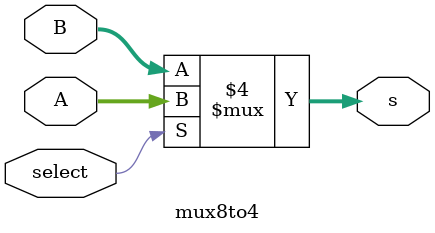
<source format=sv>
module carry_select_adder
(
    input   logic[15:0]     A,
    input   logic[15:0]     B,
    output  logic[15:0]     Sum,
    output  logic           CO
);

    /* TODO
     *
     * Insert code here to implement a carry select.
     * Your code should be completly combinational (don't use always_ff or always_latch).
     * Feel free to create sub-modules or other files. */
	  logic c4,c8,c12;
	  logic c1,c2,c3,c5,c6,c7;
	  logic a1,a2,a3;
	  logic [3:0] m1,m2,m3,m4,m5,m6,m7;
	  
	  //right most unit
		four_bit_rad fra0(.A(A[3:0]), .B(B[3:0]), .cin(0), .s(Sum[3:0]), .cout(c4));
		
		//right second unit
		four_bit_rad fra1(.A(A[7:4]), .B(B[7:4]),. cin(0), .s(m2[3:0]), .cout(c1));
		four_bit_rad fra2(.A(A[7:4]), .B(B[7:4]),. cin(1), .s(m1[3:0]), .cout(c2));
		mux8to4 mux1(.A(m1[3:0]), .B(m2[3:0]), .select(c4), .s(Sum[7:4]));
		and_gate and1(.x(c2), .y(c4), .And(a1));
		or_gate or1(.x(c1), .y(a1), .Or(c8));
		
		//left second unit
		four_bit_rad fra3(.A(A[11:8]), .B(B[11:8]),. cin(0), .s(m4[3:0]), .cout(c3));
		four_bit_rad fra4(.A(A[11:8]), .B(B[11:8]),. cin(1), .s(m3[3:0]), .cout(c5));
		mux8to4 mux2(.A(m3[3:0]), .B(m4[3:0]), .select(c8), .s(Sum[11:8]));
		and_gate and2(.x(c5), .y(c8), .And(a2));
		or_gate or2(.x(c3), .y(a2), .Or(c12));
		
		//left most unit
		four_bit_rad fra5(.A(A[15:12]), .B(B[15:12]),. cin(0), .s(m7[3:0]), .cout(c6));
		four_bit_rad fra6(.A(A[15:12]), .B(B[15:12]),. cin(1), .s(m6[3:0]), .cout(c7));
		mux8to4 mux3(.A(m6[3:0]), .B(m7[3:0]), .select(c12), .s(Sum[15:12]));
		and_gate and3(.x(c7), .y(c12), .And(a3));
		or_gate or3(.x(c6), .y(a3), .Or(CO));

endmodule
		
		
		
	

module four_bit_rad
(
	input [3:0] A,
	input [3:0] B,
	input cin,
	output logic [3:0] s,
	output logic cout);

logic c0, c1, c2;

full_adder2 fa0(.x(A[0]), .y(B[0]), .cin(cin), .s(s[0]), .cout(c0));
full_adder2 fa1(.x(A[1]), .y(B[1]), .cin(c0 ), .s(s[1]), .cout(c1));
full_adder2 fa2(.x(A[2]), .y(B[2]), .cin(c1 ), .s(s[2]), .cout(c2));
full_adder2 fa3(.x(A[3]), .y(B[3]), .cin(c2 ), .s(s[3]), .cout(cout));

endmodule

//full adder for 1 bit
module full_adder2
(
	input x,
	input y,
	input cin,
	output logic s,
	output logic cout
);

	assign s = x ^ y ^ cin;
	assign cout = (x&y) | (y&cin) | (cin&x);

endmodule


// an AND gate
module and_gate
(
	input x,
	input y,
	output logic And
);

	assign And = x & y;

endmodule



// an OR gate
module or_gate
(
	input x,
	input y,
	output logic Or
);

	assign Or = x | y;

endmodule



// 8-to-4 multiplexer
module mux8to4
(
	input [3:0] A,
	input [3:0] B,
	input select,
	output logic [3:0] s
);

always_comb

	begin
		if(select == 1)
			s = A;
		else
			s = B;
	end
	
endmodule

</source>
